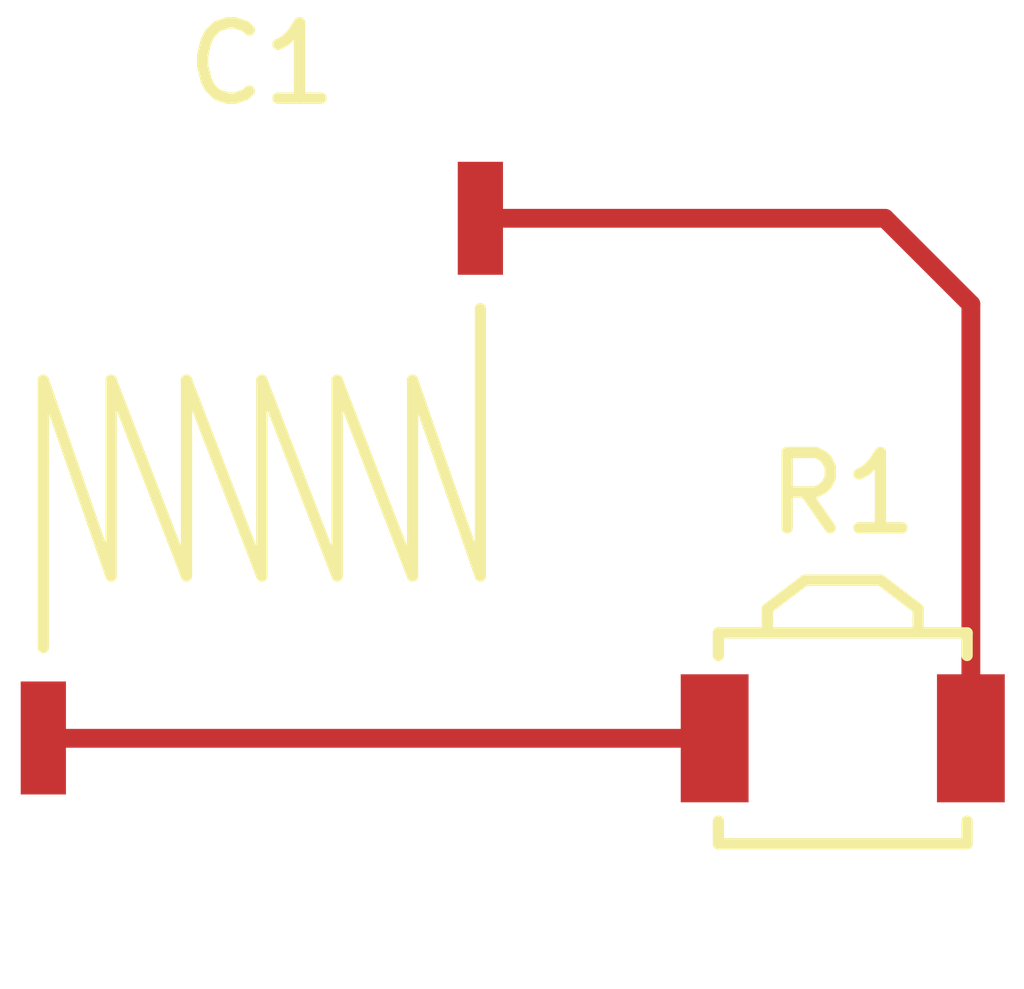
<source format=kicad_pcb>
(kicad_pcb (version 4) (host pcbnew 4.0.4-stable)

  (general
    (links 2)
    (no_connects 0)
    (area 144.826099 98.5286 158.835001 112.033)
    (thickness 1.6)
    (drawings 0)
    (tracks 5)
    (zones 0)
    (modules 2)
    (nets 3)
  )

  (page A4)
  (layers
    (0 F.Cu_top signal)
    (31 B.Cu_bot signal)
    (32 B.Adhes user)
    (33 F.Adhes user)
    (34 B.Paste user)
    (35 F.Paste user)
    (36 B.SilkS user)
    (37 F.SilkS user)
    (38 B.Mask user)
    (39 F.Mask user)
    (40 Dwgs.User user)
    (41 Cmts.User user)
    (42 Eco1.User user)
    (43 Eco2.User user)
    (44 Edge.Cuts user)
    (45 Margin user)
    (46 B.CrtYd user)
    (47 F.CrtYd user)
    (48 B.Fab user)
    (49 F.Fab user)
  )

  (setup
    (last_trace_width 0.25)
    (trace_clearance 0.2)
    (zone_clearance 0.508)
    (zone_45_only no)
    (trace_min 0.2)
    (segment_width 0.2)
    (edge_width 0.15)
    (via_size 0.6)
    (via_drill 0.4)
    (via_min_size 0.4)
    (via_min_drill 0.3)
    (uvia_size 0.3)
    (uvia_drill 0.1)
    (uvias_allowed no)
    (uvia_min_size 0.2)
    (uvia_min_drill 0.1)
    (pcb_text_width 0.3)
    (pcb_text_size 1.5 1.5)
    (mod_edge_width 0.15)
    (mod_text_size 1 1)
    (mod_text_width 0.15)
    (pad_size 1.524 1.524)
    (pad_drill 0.762)
    (pad_to_mask_clearance 0.2)
    (aux_axis_origin 0 0)
    (visible_elements 7FFFFFFF)
    (pcbplotparams
      (layerselection 0x00030_80000001)
      (usegerberextensions false)
      (excludeedgelayer true)
      (linewidth 0.100000)
      (plotframeref false)
      (viasonmask false)
      (mode 1)
      (useauxorigin false)
      (hpglpennumber 1)
      (hpglpenspeed 20)
      (hpglpendiameter 15)
      (hpglpenoverlay 2)
      (psnegative false)
      (psa4output false)
      (plotreference true)
      (plotvalue true)
      (plotinvisibletext false)
      (padsonsilk false)
      (subtractmaskfromsilk false)
      (outputformat 1)
      (mirror false)
      (drillshape 1)
      (scaleselection 1)
      (outputdirectory ""))
  )

  (net 0 "")
  (net 1 "Net-(C1-Pad1)")
  (net 2 "Net-(C1-Pad2)")

  (net_class Default "This is the default net class."
    (clearance 0.2)
    (trace_width 0.25)
    (via_dia 0.6)
    (via_drill 0.4)
    (uvia_dia 0.3)
    (uvia_drill 0.1)
    (add_net "Net-(C1-Pad1)")
    (add_net "Net-(C1-Pad2)")
  )

  (module Air_Coils_SML_NEOSID:Neosid_Air-Coil_SML_6-10turn_HDM0431A-HDM1031A (layer F.Cu_top) (tedit 56CAD2A3) (tstamp 582027A3)
    (at 148.5011 105.0036)
    (descr "Neosid, Air-Coil, SML, 6-10turn, HDM0431A-HDM1031A,")
    (tags "Neosid Air-Coil SML 6-10turn HDM0431A-HDM1031A")
    (path /58200815)
    (attr smd)
    (fp_text reference C1 (at 0 -5.5) (layer F.SilkS)
      (effects (font (size 1 1) (thickness 0.15)))
    )
    (fp_text value CP (at 0 5.5) (layer F.Fab)
      (effects (font (size 1 1) (thickness 0.15)))
    )
    (fp_line (start 0 -1.3) (end 0 1.3) (layer F.SilkS) (width 0.15))
    (fp_line (start -3.45 4.45) (end -2.35 4.45) (layer F.CrtYd) (width 0.05))
    (fp_line (start -2.35 4.45) (end -2.35 1.8) (layer F.CrtYd) (width 0.05))
    (fp_line (start -2.35 1.8) (end 3.45 1.8) (layer F.CrtYd) (width 0.05))
    (fp_line (start 3.45 1.8) (end 3.45 -4.45) (layer F.CrtYd) (width 0.05))
    (fp_line (start 3.45 -4.45) (end 2.35 -4.45) (layer F.CrtYd) (width 0.05))
    (fp_line (start 2.35 -4.45) (end 2.35 -1.8) (layer F.CrtYd) (width 0.05))
    (fp_line (start 2.35 -1.8) (end -3.45 -1.8) (layer F.CrtYd) (width 0.05))
    (fp_line (start -3.45 -1.8) (end -3.45 4.45) (layer F.CrtYd) (width 0.05))
    (fp_line (start 2 -1.3) (end 2.9 1.3) (layer F.SilkS) (width 0.15))
    (fp_line (start 1 -1.3) (end 2 1.3) (layer F.SilkS) (width 0.15))
    (fp_line (start 0 -1.3) (end 1 1.3) (layer F.SilkS) (width 0.15))
    (fp_line (start -1 -1.3) (end 0 1.3) (layer F.SilkS) (width 0.15))
    (fp_line (start -2 -1.3) (end -1 1.3) (layer F.SilkS) (width 0.15))
    (fp_line (start -2.9 -1.3) (end -2 1.3) (layer F.SilkS) (width 0.15))
    (fp_line (start 2 -1.3) (end 2 1.3) (layer F.SilkS) (width 0.15))
    (fp_line (start 1 -1.3) (end 1 1.3) (layer F.SilkS) (width 0.15))
    (fp_line (start -1 -1.3) (end -1 1.3) (layer F.SilkS) (width 0.15))
    (fp_line (start -2 -1.3) (end -2 1.3) (layer F.SilkS) (width 0.15))
    (fp_line (start -2.9 -1.3) (end -2.9 2.25) (layer F.SilkS) (width 0.15))
    (fp_line (start 2.9 1.3) (end 2.9 -2.25) (layer F.SilkS) (width 0.15))
    (pad 1 smd rect (at -2.9 3.45) (size 0.6 1.5) (layers F.Cu_top F.Paste F.Mask)
      (net 1 "Net-(C1-Pad1)"))
    (pad 2 smd rect (at 2.9 -3.45) (size 0.6 1.5) (layers F.Cu_top F.Paste F.Mask)
      (net 2 "Net-(C1-Pad2)"))
  )

  (module Buttons_Switches_SMD:SW_SPST_B3U-3000P (layer F.Cu_top) (tedit 56EABC5D) (tstamp 582027C5)
    (at 156.21 108.458)
    (descr "Ultra-small-sized Tactile Switch with High Contact Reliability, Side-actuated Model, without Ground Terminal, without Boss")
    (tags "Tactile Switch")
    (path /58200731)
    (attr smd)
    (fp_text reference R1 (at 0 -3.25) (layer F.SilkS)
      (effects (font (size 1 1) (thickness 0.15)))
    )
    (fp_text value R (at 0 2.5) (layer F.Fab)
      (effects (font (size 1 1) (thickness 0.15)))
    )
    (fp_line (start -1.25 -1.65) (end -1.25 -2.35) (layer F.CrtYd) (width 0.05))
    (fp_line (start -1.25 -2.35) (end 1.25 -2.35) (layer F.CrtYd) (width 0.05))
    (fp_line (start 1.25 -2.35) (end 1.25 -1.65) (layer F.CrtYd) (width 0.05))
    (fp_line (start 1.25 -1.65) (end 2.4 -1.65) (layer F.CrtYd) (width 0.05))
    (fp_line (start -0.5 -2.1) (end -1 -1.72) (layer F.SilkS) (width 0.15))
    (fp_line (start -1 -1.72) (end -1 -1.4) (layer F.SilkS) (width 0.15))
    (fp_line (start -0.5 -2.1) (end 0.5 -2.1) (layer F.SilkS) (width 0.15))
    (fp_line (start 0.5 -2.1) (end 1 -1.72) (layer F.SilkS) (width 0.15))
    (fp_line (start 1 -1.72) (end 1 -1.4) (layer F.SilkS) (width 0.15))
    (fp_line (start -0.85 -1.25) (end -0.85 -1.65) (layer F.Fab) (width 0.15))
    (fp_line (start -0.85 -1.65) (end -0.45 -1.95) (layer F.Fab) (width 0.15))
    (fp_line (start -0.45 -1.95) (end 0.45 -1.95) (layer F.Fab) (width 0.15))
    (fp_line (start 0.45 -1.95) (end 0.85 -1.65) (layer F.Fab) (width 0.15))
    (fp_line (start 0.85 -1.65) (end 0.85 -1.25) (layer F.Fab) (width 0.15))
    (fp_line (start -1.65 1.4) (end 1.65 1.4) (layer F.SilkS) (width 0.15))
    (fp_line (start -2.4 1.65) (end 2.4 1.65) (layer F.CrtYd) (width 0.05))
    (fp_line (start 2.4 1.65) (end 2.4 -1.65) (layer F.CrtYd) (width 0.05))
    (fp_line (start -1.25 -1.65) (end -2.4 -1.65) (layer F.CrtYd) (width 0.05))
    (fp_line (start -2.4 -1.65) (end -2.4 1.65) (layer F.CrtYd) (width 0.05))
    (fp_line (start -1.65 1.1) (end -1.65 1.4) (layer F.SilkS) (width 0.15))
    (fp_line (start 1.65 1.4) (end 1.65 1.1) (layer F.SilkS) (width 0.15))
    (fp_line (start -1.65 -1.1) (end -1.65 -1.4) (layer F.SilkS) (width 0.15))
    (fp_line (start -1.65 -1.4) (end 1.65 -1.4) (layer F.SilkS) (width 0.15))
    (fp_line (start 1.65 -1.4) (end 1.65 -1.1) (layer F.SilkS) (width 0.15))
    (fp_line (start -1.5 -1.25) (end 1.5 -1.25) (layer F.Fab) (width 0.15))
    (fp_line (start 1.5 -1.25) (end 1.5 1.25) (layer F.Fab) (width 0.15))
    (fp_line (start 1.5 1.25) (end -1.5 1.25) (layer F.Fab) (width 0.15))
    (fp_line (start -1.5 1.25) (end -1.5 -1.25) (layer F.Fab) (width 0.15))
    (pad 1 smd rect (at -1.7 0) (size 0.9 1.7) (layers F.Cu_top F.Paste F.Mask)
      (net 1 "Net-(C1-Pad1)"))
    (pad 2 smd rect (at 1.7 0) (size 0.9 1.7) (layers F.Cu_top F.Paste F.Mask)
      (net 2 "Net-(C1-Pad2)"))
  )

  (segment (start 154.51 108.458) (end 145.6055 108.458) (width 0.25) (layer F.Cu_top) (net 1))
  (segment (start 145.6055 108.458) (end 145.6011 108.4536) (width 0.25) (layer F.Cu_top) (net 1) (tstamp 58202830))
  (segment (start 157.91 108.458) (end 157.91 102.694) (width 0.25) (layer F.Cu_top) (net 2))
  (segment (start 156.7696 101.5536) (end 151.4011 101.5536) (width 0.25) (layer F.Cu_top) (net 2) (tstamp 58202834))
  (segment (start 157.91 102.694) (end 156.7696 101.5536) (width 0.25) (layer F.Cu_top) (net 2) (tstamp 58202833))

)

</source>
